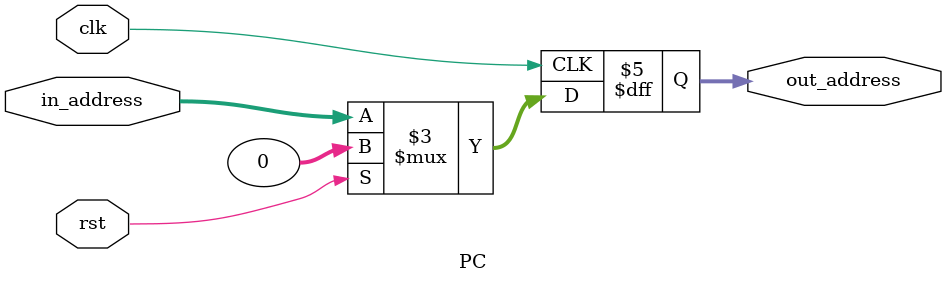
<source format=sv>
module PC (
    output var logic unsigned [31:0] out_address,
	input  var logic unsigned [31:0] in_address,
 	input  var logic unsigned 		 clk, rst
);

	always_ff @(posedge clk) begin
		if (rst) begin
			out_address <= 32'd0;
		end
		else begin
			out_address <= in_address;
		end
	end

endmodule
</source>
